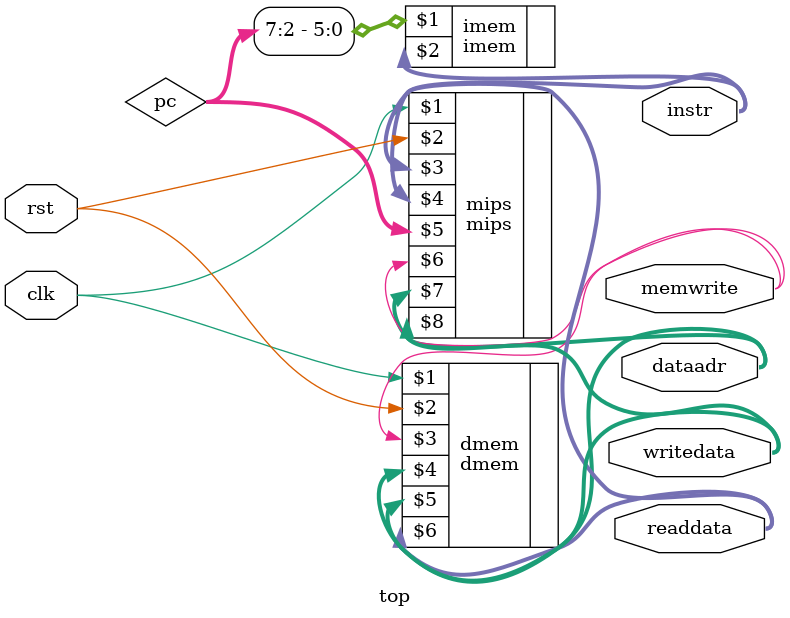
<source format=v>
`timescale 1ps/1ps

module top(input         clk, rst,
           output [31:0] writedata, readdata, dataadr,
           output        memwrite,
           output [31:0] instr);

    wire [31:0] pc;
    
    mips mips(clk, rst, instr, readdata, pc, memwrite, dataadr, writedata);

    imem imem(pc[7:2], instr);
    dmem dmem(clk, rst, memwrite, dataadr, writedata, readdata);

endmodule
</source>
